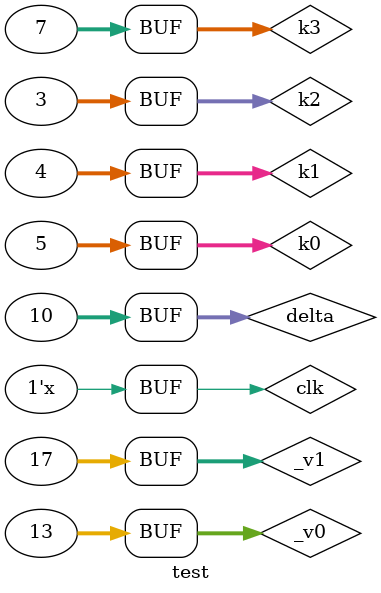
<source format=v>


module test;

	wire done;
	wire [31:0] enc_v0, enc_v1;

	reg [31:0] delta;
	reg [31:0] k0, k1, k2, k3;
	reg [31:0] _v0, _v1;
	//reg [31:0] step;
	reg clk;

	TEA tea(done, enc_v0, enc_v1, delta, k0, k1, k2, k3, _v0, _v1, clk);

	always @(posedge done)
		$display("done=%b, enc_v0=%d, enc_v1=%d", done, enc_v0, enc_v1);

	initial clk = 1'b0;
	always #5 clk = ~clk;

	initial
	begin
		delta = 10;
		k0 = 5;
		k1 = 4;
		k2 = 3;
		k3 = 7;
		_v0 = 13;
		_v1 = 17;
	end

endmodule

</source>
